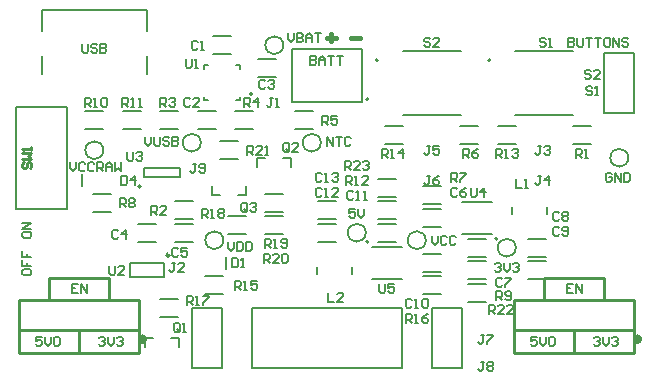
<source format=gto>
G04*
G04 #@! TF.GenerationSoftware,Altium Limited,Altium Designer,24.2.2 (26)*
G04*
G04 Layer_Color=65535*
%FSLAX25Y25*%
%MOIN*%
G70*
G04*
G04 #@! TF.SameCoordinates,5F421DDB-3BC7-4088-8A48-602F4A50BB0D*
G04*
G04*
G04 #@! TF.FilePolarity,Positive*
G04*
G01*
G75*
%ADD10C,0.01600*%
%ADD11C,0.00787*%
%ADD12C,0.00700*%
%ADD13C,0.00800*%
%ADD14C,0.01000*%
%ADD15C,0.00600*%
%ADD16C,0.00500*%
%ADD17C,0.01500*%
D10*
X44300Y27000D02*
G03*
X44300Y27000I-800J0D01*
G01*
X209300D02*
G03*
X209300Y27000I-800J0D01*
G01*
D11*
X161909Y60500D02*
G03*
X161909Y60500I-394J0D01*
G01*
X118878Y59500D02*
G03*
X118878Y59500I-394J0D01*
G01*
X80138Y108760D02*
G03*
X80138Y108760I-394J0D01*
G01*
X122087Y119980D02*
G03*
X122087Y119980I-394J0D01*
G01*
X159587D02*
G03*
X159587Y119980I-394J0D01*
G01*
X197500Y102500D02*
Y122500D01*
Y102500D02*
X207500D01*
Y122500D01*
X197500D02*
X207500D01*
X80000Y17500D02*
Y37500D01*
Y17500D02*
X130000D01*
X80000Y37500D02*
X130000D01*
Y17500D02*
Y37500D01*
X140000Y17500D02*
Y37500D01*
X150000D01*
X140000Y17500D02*
X150000D01*
Y37500D01*
X60000Y17500D02*
Y37500D01*
X70000D01*
X60000Y17500D02*
X70000D01*
Y37500D01*
X44094Y81024D02*
Y83976D01*
X55905D01*
Y81024D02*
Y83976D01*
X44094Y81024D02*
X55905D01*
D12*
X30500Y90000D02*
G03*
X30500Y90000I-3000J0D01*
G01*
X63000Y92500D02*
G03*
X63000Y92500I-3000J0D01*
G01*
X205500Y87500D02*
G03*
X205500Y87500I-3000J0D01*
G01*
X138000Y60000D02*
G03*
X138000Y60000I-3000J0D01*
G01*
X168000Y57500D02*
G03*
X168000Y57500I-3000J0D01*
G01*
X118000Y62500D02*
G03*
X118000Y62500I-3000J0D01*
G01*
X70500Y60000D02*
G03*
X70500Y60000I-3000J0D01*
G01*
X103000Y92500D02*
G03*
X103000Y92500I-3000J0D01*
G01*
X90500Y125000D02*
G03*
X90500Y125000I-3000J0D01*
G01*
D13*
X43000Y78000D02*
G03*
X43000Y78000I-500J0D01*
G01*
X118894Y107000D02*
G03*
X118894Y107000I-394J0D01*
G01*
X42500Y30000D02*
Y35000D01*
X2500Y30000D02*
X42500D01*
X2500D02*
Y40000D01*
X42500D01*
Y35000D02*
Y40000D01*
X207500Y30000D02*
Y35000D01*
X167500Y30000D02*
X207500D01*
X167500D02*
Y40000D01*
X207500D01*
Y35000D02*
Y40000D01*
X166595Y71122D02*
X166595Y68878D01*
X178405Y71122D02*
X178405Y68878D01*
X101594Y48878D02*
Y51122D01*
X113406Y48878D02*
Y51122D01*
X9902Y136721D02*
X45098D01*
X9902Y129713D02*
Y136721D01*
Y115323D02*
Y121287D01*
X45098Y129713D02*
Y136721D01*
Y115323D02*
Y121287D01*
X50709Y47638D02*
Y52362D01*
X39291Y47638D02*
X50709D01*
X39291D02*
Y52362D01*
X50709D01*
X93386Y123858D02*
X116614D01*
Y106142D02*
Y123858D01*
X93386Y106142D02*
X116614D01*
X93386D02*
Y123858D01*
X22000Y45500D02*
X20001D01*
Y42500D01*
X22000D01*
X20001Y44000D02*
X21001D01*
X23000Y42500D02*
Y45500D01*
X24999Y42500D01*
Y45500D01*
X193000Y116259D02*
X192500Y116759D01*
X191501D01*
X191001Y116259D01*
Y115759D01*
X191501Y115259D01*
X192500D01*
X193000Y114760D01*
Y114260D01*
X192500Y113760D01*
X191501D01*
X191001Y114260D01*
X195999Y113760D02*
X194000D01*
X195999Y115759D01*
Y116259D01*
X195499Y116759D01*
X194500D01*
X194000Y116259D01*
X193500Y110740D02*
X193000Y111240D01*
X192000D01*
X191501Y110740D01*
Y110240D01*
X192000Y109741D01*
X193000D01*
X193500Y109241D01*
Y108741D01*
X193000Y108241D01*
X192000D01*
X191501Y108741D01*
X194500Y108241D02*
X195499D01*
X195000D01*
Y111240D01*
X194500Y110740D01*
X3500Y62300D02*
Y61300D01*
X4000Y60800D01*
X6000D01*
X6499Y61300D01*
Y62300D01*
X6000Y62799D01*
X4000D01*
X3500Y62300D01*
X6499Y63799D02*
X3500D01*
X6499Y65798D01*
X3500D01*
X187000Y45500D02*
X185001D01*
Y42500D01*
X187000D01*
X185001Y44000D02*
X186001D01*
X188000Y42500D02*
Y45500D01*
X189999Y42500D01*
Y45500D01*
X10004Y27749D02*
X8005D01*
Y26250D01*
X9004Y26750D01*
X9504D01*
X10004Y26250D01*
Y25250D01*
X9504Y24750D01*
X8505D01*
X8005Y25250D01*
X11004Y27749D02*
Y25750D01*
X12003Y24750D01*
X13003Y25750D01*
Y27749D01*
X14003Y27250D02*
X14503Y27749D01*
X15502D01*
X16002Y27250D01*
Y25250D01*
X15502Y24750D01*
X14503D01*
X14003Y25250D01*
Y27250D01*
X28998D02*
X29498Y27749D01*
X30497D01*
X30997Y27250D01*
Y26750D01*
X30497Y26250D01*
X29998D01*
X30497D01*
X30997Y25750D01*
Y25250D01*
X30497Y24750D01*
X29498D01*
X28998Y25250D01*
X31997Y27749D02*
Y25750D01*
X32997Y24750D01*
X33996Y25750D01*
Y27749D01*
X34996Y27250D02*
X35496Y27749D01*
X36496D01*
X36995Y27250D01*
Y26750D01*
X36496Y26250D01*
X35996D01*
X36496D01*
X36995Y25750D01*
Y25250D01*
X36496Y24750D01*
X35496D01*
X34996Y25250D01*
X3500Y49799D02*
Y48800D01*
X4000Y48300D01*
X6000D01*
X6499Y48800D01*
Y49799D01*
X6000Y50299D01*
X4000D01*
X3500Y49799D01*
Y53298D02*
Y51299D01*
X5000D01*
Y52299D01*
Y51299D01*
X6499D01*
X3500Y56297D02*
Y54298D01*
X5000D01*
Y55298D01*
Y54298D01*
X6499D01*
X175004Y27749D02*
X173005D01*
Y26250D01*
X174004Y26750D01*
X174504D01*
X175004Y26250D01*
Y25250D01*
X174504Y24750D01*
X173504D01*
X173005Y25250D01*
X176004Y27749D02*
Y25750D01*
X177003Y24750D01*
X178003Y25750D01*
Y27749D01*
X179003Y27250D02*
X179503Y27749D01*
X180502D01*
X181002Y27250D01*
Y25250D01*
X180502Y24750D01*
X179503D01*
X179003Y25250D01*
Y27250D01*
X193998D02*
X194498Y27749D01*
X195497D01*
X195997Y27250D01*
Y26750D01*
X195497Y26250D01*
X194998D01*
X195497D01*
X195997Y25750D01*
Y25250D01*
X195497Y24750D01*
X194498D01*
X193998Y25250D01*
X196997Y27749D02*
Y25750D01*
X197997Y24750D01*
X198996Y25750D01*
Y27749D01*
X199996Y27250D02*
X200496Y27749D01*
X201496D01*
X201995Y27250D01*
Y26750D01*
X201496Y26250D01*
X200996D01*
X201496D01*
X201995Y25750D01*
Y25250D01*
X201496Y24750D01*
X200496D01*
X199996Y25250D01*
X139500Y127000D02*
X139000Y127499D01*
X138001D01*
X137501Y127000D01*
Y126500D01*
X138001Y126000D01*
X139000D01*
X139500Y125500D01*
Y125000D01*
X139000Y124501D01*
X138001D01*
X137501Y125000D01*
X142499Y124501D02*
X140500D01*
X142499Y126500D01*
Y127000D01*
X141999Y127499D01*
X141000D01*
X140500Y127000D01*
X178000D02*
X177500Y127499D01*
X176500D01*
X176001Y127000D01*
Y126500D01*
X176500Y126000D01*
X177500D01*
X178000Y125500D01*
Y125000D01*
X177500Y124501D01*
X176500D01*
X176001Y125000D01*
X179000Y124501D02*
X179999D01*
X179499D01*
Y127499D01*
X179000Y127000D01*
X185503Y127499D02*
Y124501D01*
X187003D01*
X187503Y125000D01*
Y125500D01*
X187003Y126000D01*
X185503D01*
X187003D01*
X187503Y126500D01*
Y127000D01*
X187003Y127499D01*
X185503D01*
X188502D02*
Y125000D01*
X189002Y124501D01*
X190002D01*
X190502Y125000D01*
Y127499D01*
X191501D02*
X193501D01*
X192501D01*
Y124501D01*
X194500Y127499D02*
X196500D01*
X195500D01*
Y124501D01*
X198999Y127499D02*
X197999D01*
X197499Y127000D01*
Y125000D01*
X197999Y124501D01*
X198999D01*
X199499Y125000D01*
Y127000D01*
X198999Y127499D01*
X200498Y124501D02*
Y127499D01*
X202498Y124501D01*
Y127499D01*
X205497Y127000D02*
X204997Y127499D01*
X203997D01*
X203497Y127000D01*
Y126500D01*
X203997Y126000D01*
X204997D01*
X205497Y125500D01*
Y125000D01*
X204997Y124501D01*
X203997D01*
X203497Y125000D01*
X153001Y77500D02*
Y75000D01*
X153501Y74501D01*
X154500D01*
X155000Y75000D01*
Y77500D01*
X157499Y74501D02*
Y77500D01*
X156000Y76000D01*
X157999D01*
X122501Y45500D02*
Y43000D01*
X123001Y42500D01*
X124000D01*
X124500Y43000D01*
Y45500D01*
X127499D02*
X125500D01*
Y44000D01*
X126499Y44500D01*
X126999D01*
X127499Y44000D01*
Y43000D01*
X126999Y42500D01*
X126000D01*
X125500Y43000D01*
X44502Y94499D02*
Y92500D01*
X45502Y91501D01*
X46501Y92500D01*
Y94499D01*
X47501D02*
Y92000D01*
X48001Y91501D01*
X49000D01*
X49500Y92000D01*
Y94499D01*
X52499Y94000D02*
X51999Y94499D01*
X51000D01*
X50500Y94000D01*
Y93500D01*
X51000Y93000D01*
X51999D01*
X52499Y92500D01*
Y92000D01*
X51999Y91501D01*
X51000D01*
X50500Y92000D01*
X53499Y94499D02*
Y91501D01*
X54998D01*
X55498Y92000D01*
Y92500D01*
X54998Y93000D01*
X53499D01*
X54998D01*
X55498Y93500D01*
Y94000D01*
X54998Y94499D01*
X53499D01*
X72001Y59500D02*
Y57500D01*
X73001Y56501D01*
X74001Y57500D01*
Y59500D01*
X75000D02*
Y56501D01*
X76500D01*
X77000Y57000D01*
Y59000D01*
X76500Y59500D01*
X75000D01*
X77999D02*
Y56501D01*
X79499D01*
X79999Y57000D01*
Y59000D01*
X79499Y59500D01*
X77999D01*
X140001Y61500D02*
Y59500D01*
X141001Y58500D01*
X142001Y59500D01*
Y61500D01*
X145000Y61000D02*
X144500Y61500D01*
X143500D01*
X143000Y61000D01*
Y59000D01*
X143500Y58500D01*
X144500D01*
X145000Y59000D01*
X147999Y61000D02*
X147499Y61500D01*
X146499D01*
X145999Y61000D01*
Y59000D01*
X146499Y58500D01*
X147499D01*
X147999Y59000D01*
X19503Y86000D02*
Y84000D01*
X20502Y83000D01*
X21502Y84000D01*
Y86000D01*
X24501Y85500D02*
X24001Y86000D01*
X23002D01*
X22502Y85500D01*
Y83500D01*
X23002Y83000D01*
X24001D01*
X24501Y83500D01*
X27500Y85500D02*
X27000Y86000D01*
X26001D01*
X25501Y85500D01*
Y83500D01*
X26001Y83000D01*
X27000D01*
X27500Y83500D01*
X28500Y83000D02*
Y86000D01*
X29999D01*
X30499Y85500D01*
Y84500D01*
X29999Y84000D01*
X28500D01*
X29500D02*
X30499Y83000D01*
X31499D02*
Y85000D01*
X32499Y86000D01*
X33498Y85000D01*
Y83000D01*
Y84500D01*
X31499D01*
X34498Y86000D02*
Y83000D01*
X35498Y84000D01*
X36497Y83000D01*
Y86000D01*
X92002Y128999D02*
Y127000D01*
X93002Y126000D01*
X94001Y127000D01*
Y128999D01*
X95001D02*
Y126000D01*
X96500D01*
X97000Y126500D01*
Y127000D01*
X96500Y127500D01*
X95001D01*
X96500D01*
X97000Y128000D01*
Y128500D01*
X96500Y128999D01*
X95001D01*
X98000Y126000D02*
Y128000D01*
X99000Y128999D01*
X99999Y128000D01*
Y126000D01*
Y127500D01*
X98000D01*
X100999Y128999D02*
X102998D01*
X101999D01*
Y126000D01*
X111001Y83500D02*
Y86500D01*
X112501D01*
X113001Y86000D01*
Y85000D01*
X112501Y84500D01*
X111001D01*
X112001D02*
X113001Y83500D01*
X116000D02*
X114000D01*
X116000Y85500D01*
Y86000D01*
X115500Y86500D01*
X114500D01*
X114000Y86000D01*
X116999D02*
X117499Y86500D01*
X118499D01*
X118999Y86000D01*
Y85500D01*
X118499Y85000D01*
X117999D01*
X118499D01*
X118999Y84500D01*
Y84000D01*
X118499Y83500D01*
X117499D01*
X116999Y84000D01*
X159001Y35500D02*
Y38500D01*
X160501D01*
X161001Y38000D01*
Y37000D01*
X160501Y36500D01*
X159001D01*
X160001D02*
X161001Y35500D01*
X164000D02*
X162000D01*
X164000Y37500D01*
Y38000D01*
X163500Y38500D01*
X162500D01*
X162000Y38000D01*
X166999Y35500D02*
X164999D01*
X166999Y37500D01*
Y38000D01*
X166499Y38500D01*
X165499D01*
X164999Y38000D01*
X78501Y88500D02*
Y91500D01*
X80001D01*
X80501Y91000D01*
Y90000D01*
X80001Y89500D01*
X78501D01*
X79501D02*
X80501Y88500D01*
X83499D02*
X81500D01*
X83499Y90500D01*
Y91000D01*
X83000Y91500D01*
X82000D01*
X81500Y91000D01*
X84499Y88500D02*
X85499D01*
X84999D01*
Y91500D01*
X84499Y91000D01*
X84001Y52500D02*
Y55500D01*
X85501D01*
X86001Y55000D01*
Y54000D01*
X85501Y53500D01*
X84001D01*
X85001D02*
X86001Y52500D01*
X89000D02*
X87000D01*
X89000Y54500D01*
Y55000D01*
X88500Y55500D01*
X87500D01*
X87000Y55000D01*
X89999D02*
X90499Y55500D01*
X91499D01*
X91999Y55000D01*
Y53000D01*
X91499Y52500D01*
X90499D01*
X89999Y53000D01*
Y55000D01*
X84251Y57500D02*
Y60500D01*
X85751D01*
X86251Y60000D01*
Y59000D01*
X85751Y58500D01*
X84251D01*
X85251D02*
X86251Y57500D01*
X87250D02*
X88250D01*
X87750D01*
Y60500D01*
X87250Y60000D01*
X89749Y58000D02*
X90249Y57500D01*
X91249D01*
X91749Y58000D01*
Y60000D01*
X91249Y60500D01*
X90249D01*
X89749Y60000D01*
Y59500D01*
X90249Y59000D01*
X91749D01*
X63251Y67501D02*
Y70499D01*
X64751D01*
X65251Y70000D01*
Y69000D01*
X64751Y68500D01*
X63251D01*
X64251D02*
X65251Y67501D01*
X66250D02*
X67250D01*
X66750D01*
Y70499D01*
X66250Y70000D01*
X68749D02*
X69249Y70499D01*
X70249D01*
X70749Y70000D01*
Y69500D01*
X70249Y69000D01*
X70749Y68500D01*
Y68000D01*
X70249Y67501D01*
X69249D01*
X68749Y68000D01*
Y68500D01*
X69249Y69000D01*
X68749Y69500D01*
Y70000D01*
X69249Y69000D02*
X70249D01*
X58251Y38500D02*
Y41500D01*
X59751D01*
X60251Y41000D01*
Y40000D01*
X59751Y39500D01*
X58251D01*
X59251D02*
X60251Y38500D01*
X61250D02*
X62250D01*
X61750D01*
Y41500D01*
X61250Y41000D01*
X63749Y41500D02*
X65749D01*
Y41000D01*
X63749Y39000D01*
Y38500D01*
X131251Y32500D02*
Y35500D01*
X132751D01*
X133251Y35000D01*
Y34000D01*
X132751Y33500D01*
X131251D01*
X132251D02*
X133251Y32500D01*
X134250D02*
X135250D01*
X134750D01*
Y35500D01*
X134250Y35000D01*
X138749Y35500D02*
X137749Y35000D01*
X136749Y34000D01*
Y33000D01*
X137249Y32500D01*
X138249D01*
X138749Y33000D01*
Y33500D01*
X138249Y34000D01*
X136749D01*
X74251Y43501D02*
Y46499D01*
X75751D01*
X76251Y46000D01*
Y45000D01*
X75751Y44500D01*
X74251D01*
X75251D02*
X76251Y43501D01*
X77250D02*
X78250D01*
X77750D01*
Y46499D01*
X77250Y46000D01*
X81749Y46499D02*
X79749D01*
Y45000D01*
X80749Y45500D01*
X81249D01*
X81749Y45000D01*
Y44000D01*
X81249Y43501D01*
X80249D01*
X79749Y44000D01*
X123251Y87501D02*
Y90500D01*
X124751D01*
X125251Y90000D01*
Y89000D01*
X124751Y88500D01*
X123251D01*
X124251D02*
X125251Y87501D01*
X126250D02*
X127250D01*
X126750D01*
Y90500D01*
X126250Y90000D01*
X130249Y87501D02*
Y90500D01*
X128749Y89000D01*
X130749D01*
X161251Y87501D02*
Y90500D01*
X162751D01*
X163251Y90000D01*
Y89000D01*
X162751Y88500D01*
X161251D01*
X162251D02*
X163251Y87501D01*
X164250D02*
X165250D01*
X164750D01*
Y90500D01*
X164250Y90000D01*
X166749D02*
X167249Y90500D01*
X168249D01*
X168749Y90000D01*
Y89500D01*
X168249Y89000D01*
X167749D01*
X168249D01*
X168749Y88500D01*
Y88000D01*
X168249Y87501D01*
X167249D01*
X166749Y88000D01*
X111251Y78500D02*
Y81499D01*
X112751D01*
X113251Y81000D01*
Y80000D01*
X112751Y79500D01*
X111251D01*
X112251D02*
X113251Y78500D01*
X114250D02*
X115250D01*
X114750D01*
Y81499D01*
X114250Y81000D01*
X118749Y78500D02*
X116749D01*
X118749Y80500D01*
Y81000D01*
X118249Y81499D01*
X117249D01*
X116749Y81000D01*
X36751Y104500D02*
Y107500D01*
X38251D01*
X38750Y107000D01*
Y106000D01*
X38251Y105500D01*
X36751D01*
X37751D02*
X38750Y104500D01*
X39750D02*
X40750D01*
X40250D01*
Y107500D01*
X39750Y107000D01*
X42249Y104500D02*
X43249D01*
X42749D01*
Y107500D01*
X42249Y107000D01*
X24251Y104500D02*
Y107500D01*
X25751D01*
X26251Y107000D01*
Y106000D01*
X25751Y105500D01*
X24251D01*
X25251D02*
X26251Y104500D01*
X27250D02*
X28250D01*
X27750D01*
Y107500D01*
X27250Y107000D01*
X29749D02*
X30249Y107500D01*
X31249D01*
X31749Y107000D01*
Y105000D01*
X31249Y104500D01*
X30249D01*
X29749Y105000D01*
Y107000D01*
X161501Y40001D02*
Y43000D01*
X163000D01*
X163500Y42500D01*
Y41500D01*
X163000Y41000D01*
X161501D01*
X162501D02*
X163500Y40001D01*
X164500Y40500D02*
X165000Y40001D01*
X165999D01*
X166499Y40500D01*
Y42500D01*
X165999Y43000D01*
X165000D01*
X164500Y42500D01*
Y42000D01*
X165000Y41500D01*
X166499D01*
X36001Y71000D02*
Y74000D01*
X37500D01*
X38000Y73500D01*
Y72500D01*
X37500Y72000D01*
X36001D01*
X37001D02*
X38000Y71000D01*
X39000Y73500D02*
X39500Y74000D01*
X40499D01*
X40999Y73500D01*
Y73000D01*
X40499Y72500D01*
X40999Y72000D01*
Y71500D01*
X40499Y71000D01*
X39500D01*
X39000Y71500D01*
Y72000D01*
X39500Y72500D01*
X39000Y73000D01*
Y73500D01*
X39500Y72500D02*
X40499D01*
X146501Y79501D02*
Y82499D01*
X148000D01*
X148500Y82000D01*
Y81000D01*
X148000Y80500D01*
X146501D01*
X147501D02*
X148500Y79501D01*
X149500Y82499D02*
X151499D01*
Y82000D01*
X149500Y80000D01*
Y79501D01*
X150501Y87501D02*
Y90500D01*
X152000D01*
X152500Y90000D01*
Y89000D01*
X152000Y88500D01*
X150501D01*
X151500D02*
X152500Y87501D01*
X155499Y90500D02*
X154499Y90000D01*
X153500Y89000D01*
Y88000D01*
X154000Y87501D01*
X154999D01*
X155499Y88000D01*
Y88500D01*
X154999Y89000D01*
X153500D01*
X103501Y98501D02*
Y101499D01*
X105000D01*
X105500Y101000D01*
Y100000D01*
X105000Y99500D01*
X103501D01*
X104500D02*
X105500Y98501D01*
X108499Y101499D02*
X106500D01*
Y100000D01*
X107500Y100500D01*
X107999D01*
X108499Y100000D01*
Y99000D01*
X107999Y98501D01*
X107000D01*
X106500Y99000D01*
X77501Y104500D02*
Y107500D01*
X79000D01*
X79500Y107000D01*
Y106000D01*
X79000Y105500D01*
X77501D01*
X78500D02*
X79500Y104500D01*
X81999D02*
Y107500D01*
X80500Y106000D01*
X82499D01*
X49501Y104500D02*
Y107500D01*
X51000D01*
X51500Y107000D01*
Y106000D01*
X51000Y105500D01*
X49501D01*
X50501D02*
X51500Y104500D01*
X52500Y107000D02*
X53000Y107500D01*
X53999D01*
X54499Y107000D01*
Y106500D01*
X53999Y106000D01*
X53500D01*
X53999D01*
X54499Y105500D01*
Y105000D01*
X53999Y104500D01*
X53000D01*
X52500Y105000D01*
X46501Y68501D02*
Y71500D01*
X48000D01*
X48500Y71000D01*
Y70000D01*
X48000Y69500D01*
X46501D01*
X47501D02*
X48500Y68501D01*
X51499D02*
X49500D01*
X51499Y70500D01*
Y71000D01*
X50999Y71500D01*
X50000D01*
X49500Y71000D01*
X188001Y87501D02*
Y90500D01*
X189500D01*
X190000Y90000D01*
Y89000D01*
X189500Y88500D01*
X188001D01*
X189000D02*
X190000Y87501D01*
X191000D02*
X191999D01*
X191499D01*
Y90500D01*
X191000Y90000D01*
X78500Y70000D02*
Y72000D01*
X78000Y72500D01*
X77001D01*
X76501Y72000D01*
Y70000D01*
X77001Y69500D01*
X78000D01*
X77500Y70500D02*
X78500Y69500D01*
X78000D02*
X78500Y70000D01*
X79500Y72000D02*
X80000Y72500D01*
X80999D01*
X81499Y72000D01*
Y71500D01*
X80999Y71000D01*
X80500D01*
X80999D01*
X81499Y70500D01*
Y70000D01*
X80999Y69500D01*
X80000D01*
X79500Y70000D01*
X92500Y90000D02*
Y92000D01*
X92000Y92500D01*
X91001D01*
X90501Y92000D01*
Y90000D01*
X91001Y89500D01*
X92000D01*
X91501Y90500D02*
X92500Y89500D01*
X92000D02*
X92500Y90000D01*
X95499Y89500D02*
X93500D01*
X95499Y91500D01*
Y92000D01*
X94999Y92500D01*
X94000D01*
X93500Y92000D01*
X56000Y30000D02*
Y32000D01*
X55500Y32500D01*
X54501D01*
X54001Y32000D01*
Y30000D01*
X54501Y29500D01*
X55500D01*
X55000Y30500D02*
X56000Y29500D01*
X55500D02*
X56000Y30000D01*
X57000Y29500D02*
X57999D01*
X57499D01*
Y32500D01*
X57000Y32000D01*
X105001Y91501D02*
Y94499D01*
X107001Y91501D01*
Y94499D01*
X108000D02*
X110000D01*
X109000D01*
Y91501D01*
X112999Y94000D02*
X112499Y94499D01*
X111499D01*
X110999Y94000D01*
Y92000D01*
X111499Y91501D01*
X112499D01*
X112999Y92000D01*
X105501Y42500D02*
Y39500D01*
X107500D01*
X110499D02*
X108500D01*
X110499Y41500D01*
Y42000D01*
X109999Y42500D01*
X109000D01*
X108500Y42000D01*
X168001Y80500D02*
Y77500D01*
X170000D01*
X171000D02*
X171999D01*
X171500D01*
Y80500D01*
X171000Y80000D01*
X61500Y85500D02*
X60501D01*
X61000D01*
Y83000D01*
X60501Y82500D01*
X60001D01*
X59501Y83000D01*
X62500D02*
X63000Y82500D01*
X63999D01*
X64499Y83000D01*
Y85000D01*
X63999Y85500D01*
X63000D01*
X62500Y85000D01*
Y84500D01*
X63000Y84000D01*
X64499D01*
X157500Y19500D02*
X156500D01*
X157000D01*
Y17000D01*
X156500Y16500D01*
X156001D01*
X155501Y17000D01*
X158500Y19000D02*
X159000Y19500D01*
X159999D01*
X160499Y19000D01*
Y18500D01*
X159999Y18000D01*
X160499Y17500D01*
Y17000D01*
X159999Y16500D01*
X159000D01*
X158500Y17000D01*
Y17500D01*
X159000Y18000D01*
X158500Y18500D01*
Y19000D01*
X159000Y18000D02*
X159999D01*
X157500Y28499D02*
X156500D01*
X157000D01*
Y26000D01*
X156500Y25501D01*
X156001D01*
X155501Y26000D01*
X158500Y28499D02*
X160499D01*
Y28000D01*
X158500Y26000D01*
Y25501D01*
X139500Y81499D02*
X138500D01*
X139000D01*
Y79000D01*
X138500Y78500D01*
X138001D01*
X137501Y79000D01*
X142499Y81499D02*
X141499Y81000D01*
X140500Y80000D01*
Y79000D01*
X141000Y78500D01*
X141999D01*
X142499Y79000D01*
Y79500D01*
X141999Y80000D01*
X140500D01*
X139500Y91500D02*
X138500D01*
X139000D01*
Y89000D01*
X138500Y88500D01*
X138001D01*
X137501Y89000D01*
X142499Y91500D02*
X140500D01*
Y90000D01*
X141499Y90500D01*
X141999D01*
X142499Y90000D01*
Y89000D01*
X141999Y88500D01*
X141000D01*
X140500Y89000D01*
X176500Y81499D02*
X175501D01*
X176000D01*
Y79000D01*
X175501Y78500D01*
X175001D01*
X174501Y79000D01*
X178999Y78500D02*
Y81499D01*
X177500Y80000D01*
X179499D01*
X176500Y91500D02*
X175501D01*
X176000D01*
Y89000D01*
X175501Y88500D01*
X175001D01*
X174501Y89000D01*
X177500Y91000D02*
X178000Y91500D01*
X178999D01*
X179499Y91000D01*
Y90500D01*
X178999Y90000D01*
X178499D01*
X178999D01*
X179499Y89500D01*
Y89000D01*
X178999Y88500D01*
X178000D01*
X177500Y89000D01*
X54500Y52500D02*
X53500D01*
X54000D01*
Y50000D01*
X53500Y49501D01*
X53001D01*
X52501Y50000D01*
X57499Y49501D02*
X55500D01*
X57499Y51500D01*
Y52000D01*
X56999Y52500D01*
X56000D01*
X55500Y52000D01*
X87000Y107500D02*
X86000D01*
X86500D01*
Y105000D01*
X86000Y104500D01*
X85501D01*
X85001Y105000D01*
X88000Y104500D02*
X88999D01*
X88499D01*
Y107500D01*
X88000Y107000D01*
X200001Y82000D02*
X199501Y82499D01*
X198501D01*
X198001Y82000D01*
Y80000D01*
X198501Y79501D01*
X199501D01*
X200001Y80000D01*
Y81000D01*
X199001D01*
X201000Y79501D02*
Y82499D01*
X203000Y79501D01*
Y82499D01*
X203999D02*
Y79501D01*
X205499D01*
X205999Y80000D01*
Y82000D01*
X205499Y82499D01*
X203999D01*
X36501Y81499D02*
Y78500D01*
X38000D01*
X38500Y79000D01*
Y81000D01*
X38000Y81499D01*
X36501D01*
X40999Y78500D02*
Y81499D01*
X39500Y80000D01*
X41499D01*
X73501Y54000D02*
Y51000D01*
X75000D01*
X75500Y51500D01*
Y53500D01*
X75000Y54000D01*
X73501D01*
X76500Y51000D02*
X77499D01*
X76999D01*
Y54000D01*
X76500Y53500D01*
X103251Y82000D02*
X102751Y82499D01*
X101751D01*
X101251Y82000D01*
Y80000D01*
X101751Y79501D01*
X102751D01*
X103251Y80000D01*
X104250Y79501D02*
X105250D01*
X104750D01*
Y82499D01*
X104250Y82000D01*
X106749D02*
X107249Y82499D01*
X108249D01*
X108749Y82000D01*
Y81500D01*
X108249Y81000D01*
X107749D01*
X108249D01*
X108749Y80500D01*
Y80000D01*
X108249Y79501D01*
X107249D01*
X106749Y80000D01*
X103251Y77000D02*
X102751Y77500D01*
X101751D01*
X101251Y77000D01*
Y75000D01*
X101751Y74501D01*
X102751D01*
X103251Y75000D01*
X104250Y74501D02*
X105250D01*
X104750D01*
Y77500D01*
X104250Y77000D01*
X108749Y74501D02*
X106749D01*
X108749Y76500D01*
Y77000D01*
X108249Y77500D01*
X107249D01*
X106749Y77000D01*
X113750Y76000D02*
X113251Y76499D01*
X112251D01*
X111751Y76000D01*
Y74000D01*
X112251Y73501D01*
X113251D01*
X113750Y74000D01*
X114750Y73501D02*
X115750D01*
X115250D01*
Y76499D01*
X114750Y76000D01*
X117249Y73501D02*
X118249D01*
X117749D01*
Y76499D01*
X117249Y76000D01*
X133251Y40000D02*
X132751Y40499D01*
X131751D01*
X131251Y40000D01*
Y38000D01*
X131751Y37501D01*
X132751D01*
X133251Y38000D01*
X134250Y37501D02*
X135250D01*
X134750D01*
Y40499D01*
X134250Y40000D01*
X136749D02*
X137249Y40499D01*
X138249D01*
X138749Y40000D01*
Y38000D01*
X138249Y37501D01*
X137249D01*
X136749Y38000D01*
Y40000D01*
X182500Y64000D02*
X182000Y64499D01*
X181001D01*
X180501Y64000D01*
Y62000D01*
X181001Y61501D01*
X182000D01*
X182500Y62000D01*
X183500D02*
X184000Y61501D01*
X184999D01*
X185499Y62000D01*
Y64000D01*
X184999Y64499D01*
X184000D01*
X183500Y64000D01*
Y63500D01*
X184000Y63000D01*
X185499D01*
X182500Y69000D02*
X182000Y69499D01*
X181001D01*
X180501Y69000D01*
Y67000D01*
X181001Y66501D01*
X182000D01*
X182500Y67000D01*
X183500Y69000D02*
X184000Y69499D01*
X184999D01*
X185499Y69000D01*
Y68500D01*
X184999Y68000D01*
X185499Y67500D01*
Y67000D01*
X184999Y66501D01*
X184000D01*
X183500Y67000D01*
Y67500D01*
X184000Y68000D01*
X183500Y68500D01*
Y69000D01*
X184000Y68000D02*
X184999D01*
X163500Y47000D02*
X163000Y47499D01*
X162001D01*
X161501Y47000D01*
Y45000D01*
X162001Y44500D01*
X163000D01*
X163500Y45000D01*
X164500Y47499D02*
X166499D01*
Y47000D01*
X164500Y45000D01*
Y44500D01*
X148500Y77000D02*
X148000Y77500D01*
X147001D01*
X146501Y77000D01*
Y75000D01*
X147001Y74501D01*
X148000D01*
X148500Y75000D01*
X151499Y77500D02*
X150499Y77000D01*
X149500Y76000D01*
Y75000D01*
X150000Y74501D01*
X150999D01*
X151499Y75000D01*
Y75500D01*
X150999Y76000D01*
X149500D01*
X55500Y57000D02*
X55000Y57499D01*
X54001D01*
X53501Y57000D01*
Y55000D01*
X54001Y54501D01*
X55000D01*
X55500Y55000D01*
X58499Y57499D02*
X56500D01*
Y56000D01*
X57499Y56500D01*
X57999D01*
X58499Y56000D01*
Y55000D01*
X57999Y54501D01*
X57000D01*
X56500Y55000D01*
X35500Y63000D02*
X35000Y63499D01*
X34001D01*
X33501Y63000D01*
Y61000D01*
X34001Y60501D01*
X35000D01*
X35500Y61000D01*
X37999Y60501D02*
Y63499D01*
X36500Y62000D01*
X38499D01*
X84500Y113000D02*
X84000Y113499D01*
X83001D01*
X82501Y113000D01*
Y111000D01*
X83001Y110501D01*
X84000D01*
X84500Y111000D01*
X85500Y113000D02*
X86000Y113499D01*
X86999D01*
X87499Y113000D01*
Y112500D01*
X86999Y112000D01*
X86500D01*
X86999D01*
X87499Y111500D01*
Y111000D01*
X86999Y110501D01*
X86000D01*
X85500Y111000D01*
X59500Y107000D02*
X59000Y107500D01*
X58001D01*
X57501Y107000D01*
Y105000D01*
X58001Y104500D01*
X59000D01*
X59500Y105000D01*
X62499Y104500D02*
X60500D01*
X62499Y106500D01*
Y107000D01*
X61999Y107500D01*
X61000D01*
X60500Y107000D01*
X62000Y126000D02*
X61500Y126499D01*
X60501D01*
X60001Y126000D01*
Y124000D01*
X60501Y123501D01*
X61500D01*
X62000Y124000D01*
X63000Y123501D02*
X63999D01*
X63499D01*
Y126499D01*
X63000Y126000D01*
X114500Y70499D02*
X112501D01*
Y69000D01*
X113500Y69500D01*
X114000D01*
X114500Y69000D01*
Y68000D01*
X114000Y67501D01*
X113001D01*
X112501Y68000D01*
X115500Y70499D02*
Y68500D01*
X116499Y67501D01*
X117499Y68500D01*
Y70499D01*
X161001Y52000D02*
X161501Y52500D01*
X162501D01*
X163001Y52000D01*
Y51500D01*
X162501Y51000D01*
X162001D01*
X162501D01*
X163001Y50500D01*
Y50000D01*
X162501Y49501D01*
X161501D01*
X161001Y50000D01*
X164000Y52500D02*
Y50500D01*
X165000Y49501D01*
X166000Y50500D01*
Y52500D01*
X166999Y52000D02*
X167499Y52500D01*
X168499D01*
X168999Y52000D01*
Y51500D01*
X168499Y51000D01*
X167999D01*
X168499D01*
X168999Y50500D01*
Y50000D01*
X168499Y49501D01*
X167499D01*
X166999Y50000D01*
X32501Y51499D02*
Y49000D01*
X33001Y48500D01*
X34000D01*
X34500Y49000D01*
Y51499D01*
X37499Y48500D02*
X35500D01*
X37499Y50500D01*
Y51000D01*
X36999Y51499D01*
X36000D01*
X35500Y51000D01*
X58001Y120500D02*
Y118000D01*
X58500Y117500D01*
X59500D01*
X60000Y118000D01*
Y120500D01*
X61000Y117500D02*
X61999D01*
X61500D01*
Y120500D01*
X61000Y120000D01*
X38501Y89499D02*
Y87000D01*
X39001Y86501D01*
X40000D01*
X40500Y87000D01*
Y89499D01*
X41500Y89000D02*
X42000Y89499D01*
X42999D01*
X43499Y89000D01*
Y88500D01*
X42999Y88000D01*
X42500D01*
X42999D01*
X43499Y87500D01*
Y87000D01*
X42999Y86501D01*
X42000D01*
X41500Y87000D01*
X23501Y125499D02*
Y123000D01*
X24001Y122501D01*
X25001D01*
X25501Y123000D01*
Y125499D01*
X28500Y125000D02*
X28000Y125499D01*
X27000D01*
X26500Y125000D01*
Y124500D01*
X27000Y124000D01*
X28000D01*
X28500Y123500D01*
Y123000D01*
X28000Y122501D01*
X27000D01*
X26500Y123000D01*
X29499Y125499D02*
Y122501D01*
X30999D01*
X31499Y123000D01*
Y123500D01*
X30999Y124000D01*
X29499D01*
X30999D01*
X31499Y124500D01*
Y125000D01*
X30999Y125499D01*
X29499D01*
X99502Y121500D02*
Y118500D01*
X101001D01*
X101501Y119000D01*
Y119500D01*
X101001Y120000D01*
X99502D01*
X101001D01*
X101501Y120500D01*
Y121000D01*
X101001Y121500D01*
X99502D01*
X102501Y118500D02*
Y120500D01*
X103500Y121500D01*
X104500Y120500D01*
Y118500D01*
Y120000D01*
X102501D01*
X105500Y121500D02*
X107499D01*
X106500D01*
Y118500D01*
X108499Y121500D02*
X110498D01*
X109499D01*
Y118500D01*
D14*
X52500Y55000D02*
G03*
X52500Y55000I-500J0D01*
G01*
X167500Y22500D02*
Y40000D01*
Y22500D02*
X207500D01*
Y40000D01*
X177500Y47500D02*
X187500D01*
X177500Y40000D02*
Y47500D01*
X167500Y40000D02*
X207500D01*
X187500Y47500D02*
X197500D01*
Y40000D02*
Y47500D01*
X187500Y22500D02*
Y30000D01*
X167500D02*
X207500D01*
X2500D02*
X42500D01*
X22500Y22500D02*
Y30000D01*
X32500Y40000D02*
Y47500D01*
X22500D02*
X32500D01*
X2500Y40000D02*
X42500D01*
X12500D02*
Y47500D01*
X22500D01*
X42500Y22500D02*
Y40000D01*
X2500Y22500D02*
X42500D01*
X2500D02*
Y40000D01*
X4000Y86001D02*
X3500Y85501D01*
Y84501D01*
X4000Y84001D01*
X4500D01*
X5000Y84501D01*
Y85501D01*
X5500Y86001D01*
X6000D01*
X6499Y85501D01*
Y84501D01*
X6000Y84001D01*
X3500Y87000D02*
X6499D01*
X5500Y88000D01*
X6499Y88999D01*
X3500D01*
X6499Y89999D02*
Y90999D01*
Y90499D01*
X3500D01*
X4000Y89999D01*
D15*
X62000Y97000D02*
X68000D01*
X62000Y103000D02*
X68000D01*
X94500D02*
X100500D01*
X94500Y97000D02*
X100500D01*
X187000Y98000D02*
X193000D01*
X187000Y92000D02*
X193000D01*
X24500Y97000D02*
X30500D01*
X24500Y103000D02*
X30500D01*
X37000D02*
X43000D01*
X37000Y97000D02*
X43000D01*
X49500D02*
X55500D01*
X49500Y103000D02*
X55500D01*
X27000Y75500D02*
X33000D01*
X27000Y69500D02*
X33000D01*
X69500Y93000D02*
X75500D01*
X69500Y87000D02*
X75500D01*
X54500Y59500D02*
X60500D01*
X54500Y65500D02*
X60500D01*
X124500Y98000D02*
X130500D01*
X124500Y92000D02*
X130500D01*
X149500Y98000D02*
X155500D01*
X149500Y92000D02*
X155500D01*
X162000Y98000D02*
X168000D01*
X162000Y92000D02*
X168000D01*
X172000Y47000D02*
X178000D01*
X172000Y53000D02*
X178000D01*
X172000Y54500D02*
X178000D01*
X172000Y60500D02*
X178000Y60500D01*
X152000Y39500D02*
X158000D01*
X152000Y45500D02*
X158000D01*
X152000Y53000D02*
X158000D01*
X152000Y47000D02*
X158000D01*
X152000Y60500D02*
X158000D01*
X152000Y54500D02*
X158000D01*
X137000Y42000D02*
X143000D01*
X137000Y48000D02*
X143000D01*
X137000Y49500D02*
X143000D01*
X137000Y55500D02*
X143000D01*
X137000Y70500D02*
X143000D01*
X137000Y64500D02*
X143000D01*
X137000Y78000D02*
X143000D01*
X137000Y72000D02*
X143000D01*
X122000Y59500D02*
X128000D01*
X122000Y65500D02*
X128000D01*
X122000Y67000D02*
X128000D01*
X122000Y73000D02*
X128000D01*
X122000Y80500D02*
X128000Y80500D01*
X122000Y74500D02*
X128000D01*
X102000Y73000D02*
X108000D01*
X102000Y67000D02*
X108000D01*
X102000Y65500D02*
X108000D01*
X102000Y59500D02*
X108000D01*
X49500Y40500D02*
X55500D01*
X49500Y34500D02*
X55500D01*
X42000Y59500D02*
X48000D01*
X42000Y65500D02*
X48000D01*
X54500Y67000D02*
X60500D01*
X54500Y73000D02*
X60500D01*
X64500Y42000D02*
X70500D01*
X64500Y48000D02*
X70500D01*
X84500Y75500D02*
X90500D01*
X84500Y69500D02*
X90500D01*
X84500Y68000D02*
X90500D01*
X84500Y62000D02*
X90500D01*
X72000Y68000D02*
X78000D01*
X72000Y62000D02*
X78000D01*
X74500Y103000D02*
X80500D01*
X74500Y97000D02*
X80500D01*
X82000Y114500D02*
X88000D01*
X82000Y120500D02*
X88000D01*
X67000Y122000D02*
X73000D01*
X67000Y128000D02*
X73000D01*
D16*
X71500Y54500D02*
X71500Y50500D01*
X150079Y72795D02*
X159921D01*
X150079Y62205D02*
X159921D01*
X120079Y47205D02*
X129921D01*
X120079Y57795D02*
X129921D01*
X23500Y78000D02*
Y82000D01*
X44291Y24409D02*
Y27559D01*
X55709Y24409D02*
Y27559D01*
X52953D02*
X55709D01*
X44291D02*
X47047D01*
X78209Y74941D02*
Y78091D01*
X66791Y74941D02*
Y78091D01*
Y74941D02*
X69547D01*
X75453D02*
X78209D01*
X81791Y84409D02*
Y87559D01*
X93209Y84409D02*
Y87559D01*
X90453D02*
X93209D01*
X81791D02*
X84547D01*
X75906Y106595D02*
Y107776D01*
Y117224D02*
Y118405D01*
X64095Y106595D02*
Y107776D01*
Y117224D02*
Y118405D01*
X74724Y106595D02*
X75906D01*
X74724Y118405D02*
X75906D01*
X64095Y106595D02*
X65276D01*
X64095Y118405D02*
X65276D01*
X1535Y104429D02*
X18465D01*
X1535Y70571D02*
Y104429D01*
Y70571D02*
X18465D01*
Y104429D01*
X130354Y101791D02*
X149646D01*
X130354Y123209D02*
X149646D01*
X167854Y101791D02*
X187146D01*
X167854Y123209D02*
X187146D01*
D17*
X106500Y126250D02*
Y128750D01*
X105000Y127500D02*
X108000D01*
X113000D02*
X116000D01*
M02*

</source>
